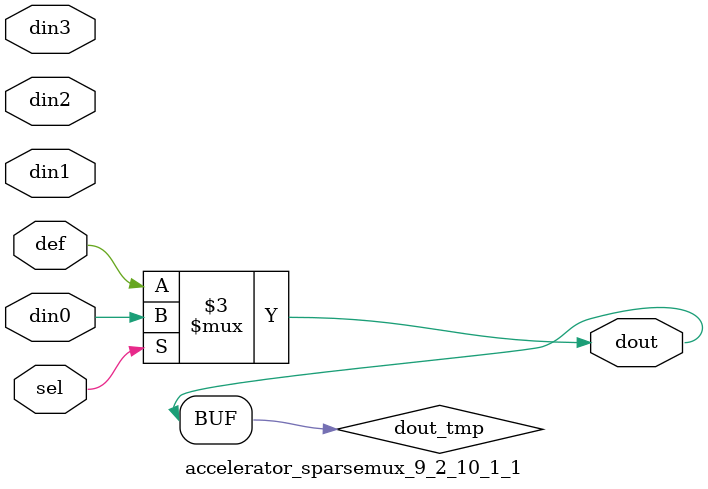
<source format=v>
`timescale 1ns / 1ps

module accelerator_sparsemux_9_2_10_1_1 (din0,din1,din2,din3,def,sel,dout);

parameter din0_WIDTH = 1;

parameter din1_WIDTH = 1;

parameter din2_WIDTH = 1;

parameter din3_WIDTH = 1;

parameter def_WIDTH = 1;
parameter sel_WIDTH = 1;
parameter dout_WIDTH = 1;

parameter [sel_WIDTH-1:0] CASE0 = 1;

parameter [sel_WIDTH-1:0] CASE1 = 1;

parameter [sel_WIDTH-1:0] CASE2 = 1;

parameter [sel_WIDTH-1:0] CASE3 = 1;

parameter ID = 1;
parameter NUM_STAGE = 1;



input [din0_WIDTH-1:0] din0;

input [din1_WIDTH-1:0] din1;

input [din2_WIDTH-1:0] din2;

input [din3_WIDTH-1:0] din3;

input [def_WIDTH-1:0] def;
input [sel_WIDTH-1:0] sel;

output [dout_WIDTH-1:0] dout;



reg [dout_WIDTH-1:0] dout_tmp;


always @ (*) begin
(* parallel_case *) case (sel)
    
    CASE0 : dout_tmp = din0;
    
    CASE1 : dout_tmp = din1;
    
    CASE2 : dout_tmp = din2;
    
    CASE3 : dout_tmp = din3;
    
    default : dout_tmp = def;
endcase
end


assign dout = dout_tmp;



endmodule

</source>
